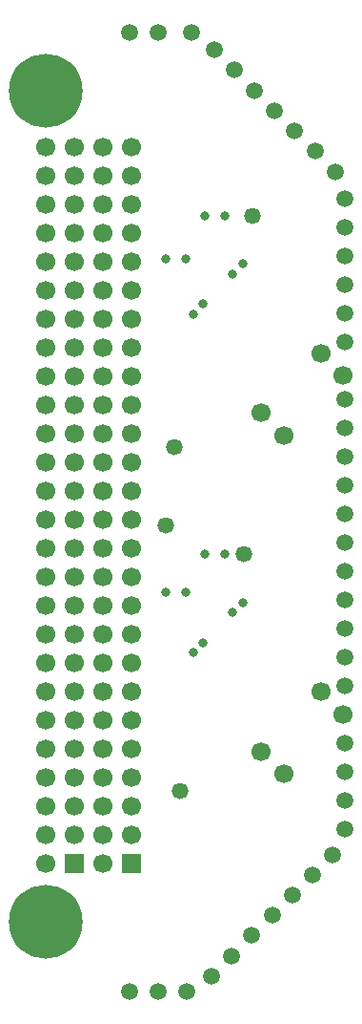
<source format=gbs>
G04*
G04 #@! TF.GenerationSoftware,Altium Limited,Altium Designer,23.3.1 (30)*
G04*
G04 Layer_Color=16711935*
%FSAX42Y42*%
%MOMM*%
G71*
G04*
G04 #@! TF.SameCoordinates,5ADB3FF5-DAAB-47E5-B02F-B6147A610591*
G04*
G04*
G04 #@! TF.FilePolarity,Negative*
G04*
G01*
G75*
%ADD17R,1.70X1.70*%
%ADD18C,1.70*%
%ADD19C,6.55*%
%ADD20C,1.50*%
%ADD21C,1.47*%
%ADD22C,0.80*%
D17*
X001285Y001419D02*
D03*
X000777Y001420D02*
D03*
D18*
X001031Y001419D02*
D03*
X001285Y001673D02*
D03*
X001031D02*
D03*
X001285Y001927D02*
D03*
X001031D02*
D03*
X001285Y002181D02*
D03*
X001031D02*
D03*
X001285Y002435D02*
D03*
X001031D02*
D03*
X001285Y002689D02*
D03*
X001031D02*
D03*
X001285Y002943D02*
D03*
X001031D02*
D03*
X001285Y003197D02*
D03*
X001031D02*
D03*
X001285Y003451D02*
D03*
X001031D02*
D03*
X001285Y003705D02*
D03*
X001031D02*
D03*
X001285Y003959D02*
D03*
X001031D02*
D03*
X001285Y004213D02*
D03*
X001031D02*
D03*
X001285Y004467D02*
D03*
X001031D02*
D03*
X001285Y004721D02*
D03*
X001031D02*
D03*
X001285Y004975D02*
D03*
X001031D02*
D03*
X001285Y005229D02*
D03*
X001031D02*
D03*
X001285Y005483D02*
D03*
X001031D02*
D03*
X001285Y005737D02*
D03*
X001031D02*
D03*
X001285Y005991D02*
D03*
X001031D02*
D03*
X001285Y006245D02*
D03*
X001031D02*
D03*
X001285Y006499D02*
D03*
X001031D02*
D03*
X001285Y006753D02*
D03*
X001031D02*
D03*
X001285Y007007D02*
D03*
X001031D02*
D03*
X001285Y007261D02*
D03*
X001031D02*
D03*
X001285Y007515D02*
D03*
X001031D02*
D03*
X001285Y007769D02*
D03*
X001031D02*
D03*
X000523Y001420D02*
D03*
X000777Y001674D02*
D03*
X000523D02*
D03*
X000777Y001928D02*
D03*
X000523D02*
D03*
X000777Y002182D02*
D03*
X000523D02*
D03*
X000777Y002436D02*
D03*
X000523D02*
D03*
X000777Y002690D02*
D03*
X000523D02*
D03*
X000777Y002944D02*
D03*
X000523D02*
D03*
X000777Y003198D02*
D03*
X000523D02*
D03*
X000777Y003452D02*
D03*
X000523D02*
D03*
X000777Y003706D02*
D03*
X000523D02*
D03*
X000777Y003960D02*
D03*
X000523D02*
D03*
X000777Y004214D02*
D03*
X000523D02*
D03*
X000777Y004468D02*
D03*
X000523D02*
D03*
X000777Y004722D02*
D03*
X000523D02*
D03*
X000777Y004976D02*
D03*
X000523D02*
D03*
X000777Y005230D02*
D03*
X000523D02*
D03*
X000777Y005484D02*
D03*
X000523D02*
D03*
X000777Y005738D02*
D03*
X000523D02*
D03*
X000777Y005992D02*
D03*
X000523D02*
D03*
X000777Y006246D02*
D03*
X000523D02*
D03*
X000777Y006500D02*
D03*
X000523D02*
D03*
X000777Y006754D02*
D03*
X000523D02*
D03*
X000777Y007008D02*
D03*
X000523D02*
D03*
X000777Y007262D02*
D03*
X000523D02*
D03*
X000777Y007516D02*
D03*
X000523D02*
D03*
X000777Y007770D02*
D03*
X000523D02*
D03*
X002640Y005215D02*
D03*
X003170Y005745D02*
D03*
X002640Y002215D02*
D03*
X003170Y002745D02*
D03*
X002440Y005415D02*
D03*
X002970Y005945D02*
D03*
X002970Y002945D02*
D03*
X002440Y002415D02*
D03*
D19*
X000523Y008271D02*
D03*
Y000906D02*
D03*
D20*
X001522Y008787D02*
D03*
X003187Y007063D02*
D03*
X002357Y000782D02*
D03*
X002379Y008273D02*
D03*
X003187Y004269D02*
D03*
X002738Y007914D02*
D03*
X003187Y002237D02*
D03*
X002200Y008453D02*
D03*
X002918Y007734D02*
D03*
X003187Y001983D02*
D03*
X002178Y000602D02*
D03*
X002020Y008632D02*
D03*
X003187Y007317D02*
D03*
X001268Y008787D02*
D03*
X001998Y000423D02*
D03*
X002559Y008093D02*
D03*
X003187Y003507D02*
D03*
X001527Y000290D02*
D03*
X003187Y004523D02*
D03*
Y001729D02*
D03*
X001818Y008786D02*
D03*
X003076Y001500D02*
D03*
X001781Y000290D02*
D03*
X003187Y004015D02*
D03*
Y003253D02*
D03*
X002537Y000962D02*
D03*
X001273Y000290D02*
D03*
X003187Y004777D02*
D03*
X002896Y001321D02*
D03*
X003187Y003761D02*
D03*
Y005285D02*
D03*
Y002491D02*
D03*
Y006047D02*
D03*
Y002999D02*
D03*
X003098Y007555D02*
D03*
X003187Y005031D02*
D03*
Y005539D02*
D03*
Y006809D02*
D03*
Y006555D02*
D03*
Y006301D02*
D03*
X002716Y001141D02*
D03*
D21*
X001595Y004415D02*
D03*
X002283Y004163D02*
D03*
X001665Y005115D02*
D03*
X002365Y007163D02*
D03*
X001715Y002065D02*
D03*
D22*
X002115Y007163D02*
D03*
X001940D02*
D03*
X001770Y006778D02*
D03*
X001595D02*
D03*
X002115Y004163D02*
D03*
X001940D02*
D03*
X001770Y003825D02*
D03*
X001595D02*
D03*
X001839Y003292D02*
D03*
X001926Y003381D02*
D03*
X002188Y003646D02*
D03*
X002275Y003735D02*
D03*
X002275Y006735D02*
D03*
X002188Y006646D02*
D03*
X001926Y006381D02*
D03*
X001839Y006292D02*
D03*
M02*

</source>
